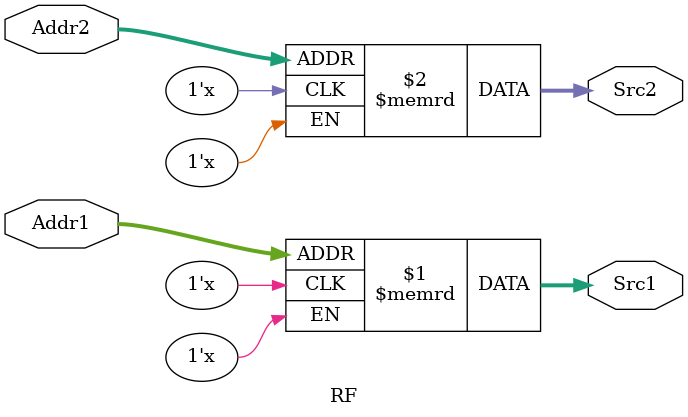
<source format=v>
/*
 *	Template for Homework 1
 *	Copyright (C) 2021  Lee Kai Xuan or any person belong ESSLab.
 *	All Right Reserved.
 *
 *	This program is free software: you can redistribute it and/or modify
 *	it under the terms of the GNU General Public License as published by
 *	the Free Software Foundation, either version 3 of the License, or
 *	(at your option) any later version.
 *
 *	This program is distributed in the hope that it will be useful,
 *	but WITHOUT ANY WARRANTY; without even the implied warranty of
 *	MERCHANTABILITY or FITNESS FOR A PARTICULAR PURPOSE.  See the
 *	GNU General Public License for more details.
 *
 *	You should have received a copy of the GNU General Public License
 *	along with this program.  If not, see <https://www.gnu.org/licenses/>.
 *
 *	This file is for people who have taken the cource (1092 Computer
 *	Organizarion) to use.
 *	We (ESSLab) are not responsible for any illegal use.
 *
 */

/*
 * Declaration of Register File for this project.
 * CAUTION: DONT MODIFY THE NAME.
 */
module RF(
    input [4:0]Addr1,
    input [4:0]Addr2,
    output [31:0]Src1,
    output [31:0]Src2
);

	/* 
	 * Declaration of inner register.
	 * CAUTION: DONT MODIFY THE NAME AND SIZE.
	 */
	reg [31:0]R[0:31];

    // Reg MUXs
    assign Src1 = R[Addr1];
    assign Src2 = R[Addr2];
    
endmodule

</source>
